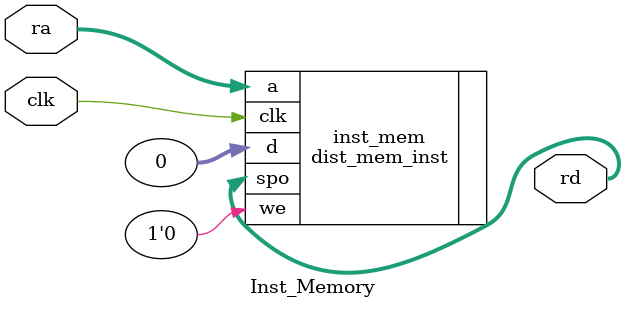
<source format=v>
`timescale 1ns / 1ps

module Inst_Memory (
    input clk,
    input[7 : 0] ra,
    output[31 : 0] rd
);
    dist_mem_inst inst_mem (.a(ra), .d(0), .clk(clk), .we(1'b0), .spo(rd));
endmodule
</source>
